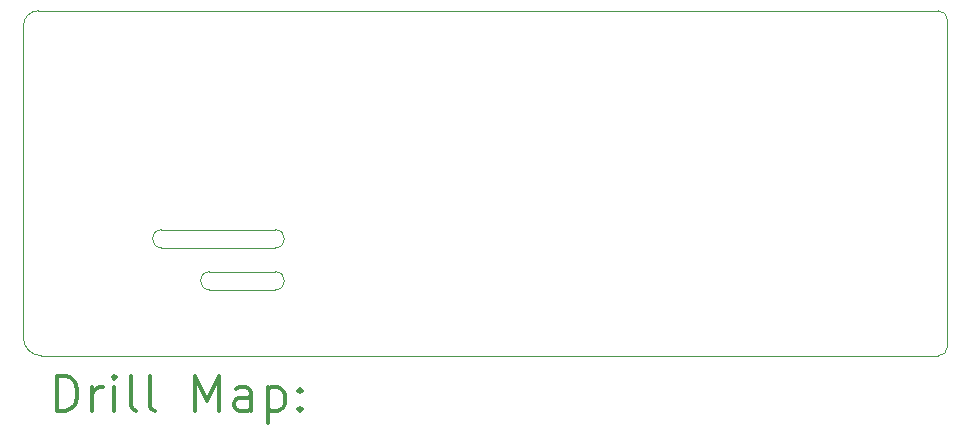
<source format=gbr>
%FSLAX45Y45*%
G04 Gerber Fmt 4.5, Leading zero omitted, Abs format (unit mm)*
G04 Created by KiCad (PCBNEW (5.1.6-0)) date 2022-02-03 18:07:15*
%MOMM*%
%LPD*%
G01*
G04 APERTURE LIST*
%TA.AperFunction,Profile*%
%ADD10C,0.050000*%
%TD*%
%ADD11C,0.200000*%
%ADD12C,0.300000*%
G04 APERTURE END LIST*
D10*
X11760200Y-9804400D02*
X11201400Y-9804400D01*
X11201400Y-9652000D02*
X11760200Y-9652000D01*
X11760200Y-9652000D02*
G75*
G02*
X11760200Y-9804400I0J-76200D01*
G01*
X11201400Y-9804400D02*
G75*
G02*
X11201400Y-9652000I0J76200D01*
G01*
X11760200Y-9296400D02*
G75*
G02*
X11760200Y-9448800I0J-76200D01*
G01*
X10795000Y-9448800D02*
G75*
G02*
X10795000Y-9296400I0J76200D01*
G01*
X11760200Y-9448800D02*
X10795000Y-9448800D01*
X10795000Y-9296400D02*
X11760200Y-9296400D01*
X9626600Y-7569200D02*
G75*
G02*
X9753600Y-7442200I127000J0D01*
G01*
X9779000Y-10363200D02*
G75*
G02*
X9626600Y-10210800I0J152400D01*
G01*
X17373600Y-7442200D02*
G75*
G02*
X17449800Y-7518400I0J-76200D01*
G01*
X17449800Y-10287000D02*
G75*
G02*
X17373600Y-10363200I-76200J0D01*
G01*
X9626600Y-7569200D02*
X9626600Y-10210800D01*
X17449800Y-7518400D02*
X17449800Y-10287000D01*
X9753600Y-7442200D02*
X17373600Y-7442200D01*
X17373600Y-10363200D02*
X9779000Y-10363200D01*
D11*
D12*
X9910528Y-10831414D02*
X9910528Y-10531414D01*
X9981957Y-10531414D01*
X10024814Y-10545700D01*
X10053386Y-10574272D01*
X10067671Y-10602843D01*
X10081957Y-10659986D01*
X10081957Y-10702843D01*
X10067671Y-10759986D01*
X10053386Y-10788557D01*
X10024814Y-10817129D01*
X9981957Y-10831414D01*
X9910528Y-10831414D01*
X10210528Y-10831414D02*
X10210528Y-10631414D01*
X10210528Y-10688557D02*
X10224814Y-10659986D01*
X10239100Y-10645700D01*
X10267671Y-10631414D01*
X10296243Y-10631414D01*
X10396243Y-10831414D02*
X10396243Y-10631414D01*
X10396243Y-10531414D02*
X10381957Y-10545700D01*
X10396243Y-10559986D01*
X10410528Y-10545700D01*
X10396243Y-10531414D01*
X10396243Y-10559986D01*
X10581957Y-10831414D02*
X10553386Y-10817129D01*
X10539100Y-10788557D01*
X10539100Y-10531414D01*
X10739100Y-10831414D02*
X10710528Y-10817129D01*
X10696243Y-10788557D01*
X10696243Y-10531414D01*
X11081957Y-10831414D02*
X11081957Y-10531414D01*
X11181957Y-10745700D01*
X11281957Y-10531414D01*
X11281957Y-10831414D01*
X11553386Y-10831414D02*
X11553386Y-10674272D01*
X11539100Y-10645700D01*
X11510528Y-10631414D01*
X11453386Y-10631414D01*
X11424814Y-10645700D01*
X11553386Y-10817129D02*
X11524814Y-10831414D01*
X11453386Y-10831414D01*
X11424814Y-10817129D01*
X11410528Y-10788557D01*
X11410528Y-10759986D01*
X11424814Y-10731414D01*
X11453386Y-10717129D01*
X11524814Y-10717129D01*
X11553386Y-10702843D01*
X11696243Y-10631414D02*
X11696243Y-10931414D01*
X11696243Y-10645700D02*
X11724814Y-10631414D01*
X11781957Y-10631414D01*
X11810528Y-10645700D01*
X11824814Y-10659986D01*
X11839100Y-10688557D01*
X11839100Y-10774272D01*
X11824814Y-10802843D01*
X11810528Y-10817129D01*
X11781957Y-10831414D01*
X11724814Y-10831414D01*
X11696243Y-10817129D01*
X11967671Y-10802843D02*
X11981957Y-10817129D01*
X11967671Y-10831414D01*
X11953386Y-10817129D01*
X11967671Y-10802843D01*
X11967671Y-10831414D01*
X11967671Y-10645700D02*
X11981957Y-10659986D01*
X11967671Y-10674272D01*
X11953386Y-10659986D01*
X11967671Y-10645700D01*
X11967671Y-10674272D01*
M02*

</source>
